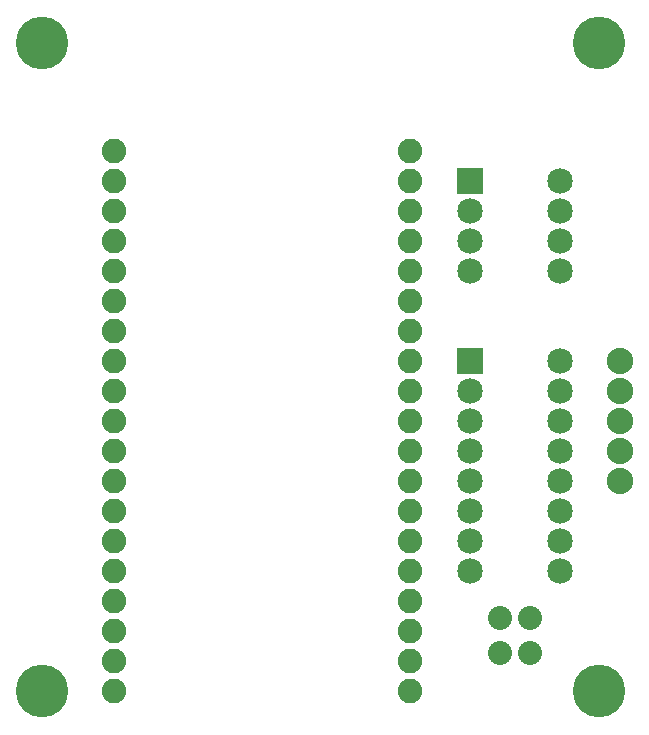
<source format=gbs>
G04 MADE WITH FRITZING*
G04 WWW.FRITZING.ORG*
G04 DOUBLE SIDED*
G04 HOLES PLATED*
G04 CONTOUR ON CENTER OF CONTOUR VECTOR*
%ASAXBY*%
%FSLAX23Y23*%
%MOIN*%
%OFA0B0*%
%SFA1.0B1.0*%
%ADD10C,0.175354*%
%ADD11C,0.081824*%
%ADD12C,0.085000*%
%ADD13C,0.088000*%
%ADD14C,0.080000*%
%ADD15R,0.085000X0.085000*%
%LNMASK0*%
G90*
G70*
G54D10*
X2047Y2335D03*
X189Y2335D03*
X189Y176D03*
X2047Y176D03*
G54D11*
X431Y1975D03*
X431Y1875D03*
X431Y1776D03*
X431Y1675D03*
X431Y1576D03*
X431Y1476D03*
X431Y1375D03*
X431Y1276D03*
X431Y1176D03*
X431Y1076D03*
X431Y976D03*
X431Y875D03*
X431Y776D03*
X431Y676D03*
X431Y576D03*
X431Y476D03*
X431Y377D03*
X431Y276D03*
X431Y176D03*
X1417Y176D03*
X1417Y276D03*
X1417Y377D03*
X1417Y476D03*
X1417Y576D03*
X1417Y676D03*
X1417Y776D03*
X1417Y875D03*
X1417Y976D03*
X1417Y1076D03*
X1417Y1176D03*
X1417Y1276D03*
X1417Y1375D03*
X1417Y1476D03*
X1417Y1576D03*
X1417Y1675D03*
X1417Y1776D03*
X1417Y1875D03*
X1417Y1975D03*
G54D12*
X1617Y1876D03*
X1917Y1876D03*
X1617Y1776D03*
X1917Y1776D03*
X1617Y1676D03*
X1917Y1676D03*
X1617Y1576D03*
X1917Y1576D03*
X1617Y1276D03*
X1917Y1276D03*
X1617Y1176D03*
X1917Y1176D03*
X1617Y1076D03*
X1917Y1076D03*
X1617Y976D03*
X1917Y976D03*
X1617Y876D03*
X1917Y876D03*
X1617Y776D03*
X1917Y776D03*
X1617Y676D03*
X1917Y676D03*
X1617Y576D03*
X1917Y576D03*
G54D13*
X2117Y1276D03*
X2117Y1176D03*
X2117Y1076D03*
X2117Y976D03*
X2117Y876D03*
G54D14*
X1717Y420D03*
X1817Y420D03*
X1718Y304D03*
X1818Y304D03*
G54D15*
X1617Y1876D03*
X1617Y1276D03*
G04 End of Mask0*
M02*
</source>
